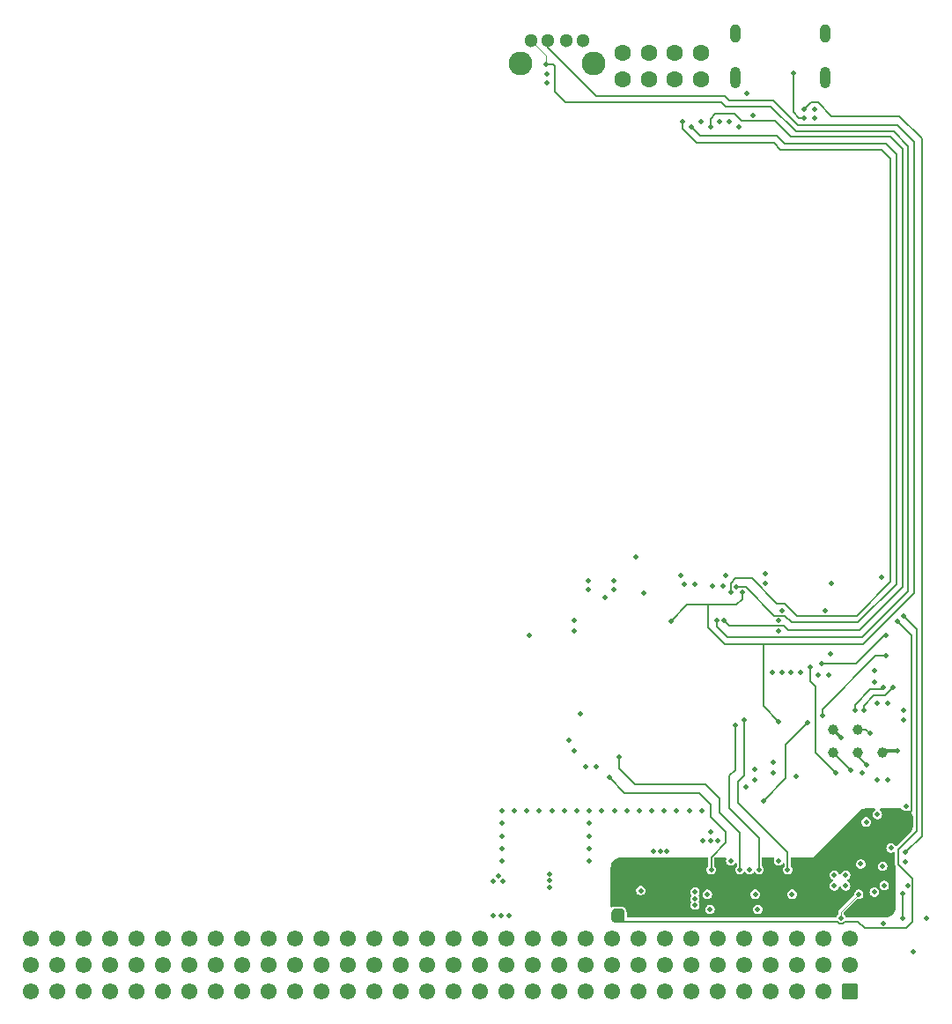
<source format=gbr>
%TF.GenerationSoftware,KiCad,Pcbnew,8.0.9-8.0.9-0~ubuntu24.04.1*%
%TF.CreationDate,2025-02-19T22:06:39+00:00*%
%TF.ProjectId,base-module,62617365-2d6d-46f6-9475-6c652e6b6963,1.0.0*%
%TF.SameCoordinates,Original*%
%TF.FileFunction,Copper,L4,Bot*%
%TF.FilePolarity,Positive*%
%FSLAX46Y46*%
G04 Gerber Fmt 4.6, Leading zero omitted, Abs format (unit mm)*
G04 Created by KiCad (PCBNEW 8.0.9-8.0.9-0~ubuntu24.04.1) date 2025-02-19 22:06:39*
%MOMM*%
%LPD*%
G01*
G04 APERTURE LIST*
G04 Aperture macros list*
%AMRoundRect*
0 Rectangle with rounded corners*
0 $1 Rounding radius*
0 $2 $3 $4 $5 $6 $7 $8 $9 X,Y pos of 4 corners*
0 Add a 4 corners polygon primitive as box body*
4,1,4,$2,$3,$4,$5,$6,$7,$8,$9,$2,$3,0*
0 Add four circle primitives for the rounded corners*
1,1,$1+$1,$2,$3*
1,1,$1+$1,$4,$5*
1,1,$1+$1,$6,$7*
1,1,$1+$1,$8,$9*
0 Add four rect primitives between the rounded corners*
20,1,$1+$1,$2,$3,$4,$5,0*
20,1,$1+$1,$4,$5,$6,$7,0*
20,1,$1+$1,$6,$7,$8,$9,0*
20,1,$1+$1,$8,$9,$2,$3,0*%
G04 Aperture macros list end*
%TA.AperFunction,ComponentPad*%
%ADD10C,1.600000*%
%TD*%
%TA.AperFunction,ComponentPad*%
%ADD11O,1.000000X2.100000*%
%TD*%
%TA.AperFunction,ComponentPad*%
%ADD12O,1.000000X1.800000*%
%TD*%
%TA.AperFunction,ComponentPad*%
%ADD13RoundRect,0.249999X0.525001X0.525001X-0.525001X0.525001X-0.525001X-0.525001X0.525001X-0.525001X0*%
%TD*%
%TA.AperFunction,ComponentPad*%
%ADD14C,1.550000*%
%TD*%
%TA.AperFunction,ComponentPad*%
%ADD15C,1.300000*%
%TD*%
%TA.AperFunction,ComponentPad*%
%ADD16C,2.286000*%
%TD*%
%TA.AperFunction,SMDPad,CuDef*%
%ADD17C,1.000000*%
%TD*%
%TA.AperFunction,ViaPad*%
%ADD18C,0.500000*%
%TD*%
%TA.AperFunction,Conductor*%
%ADD19C,0.300000*%
%TD*%
%TA.AperFunction,Conductor*%
%ADD20C,0.150000*%
%TD*%
%TA.AperFunction,Conductor*%
%ADD21C,0.200000*%
%TD*%
%TA.AperFunction,Conductor*%
%ADD22C,0.100000*%
%TD*%
G04 APERTURE END LIST*
D10*
%TO.P,LED300,1*%
%TO.N,Net-(LED300-Pad1)*%
X106863600Y-55785000D03*
%TO.P,LED300,2*%
%TO.N,GND*%
X109403600Y-55785000D03*
%TO.P,LED300,3*%
%TO.N,Net-(LED300-Pad3)*%
X106863600Y-58325000D03*
%TO.P,LED300,4*%
%TO.N,GND*%
X109403600Y-58325000D03*
%TD*%
D11*
%TO.P,J800,S1,SHIELD*%
%TO.N,Net-(J800-SHIELD)*%
X126370000Y-58140000D03*
D12*
X126370000Y-53960000D03*
D11*
X117730000Y-58140000D03*
D12*
X117730000Y-53960000D03*
%TD*%
D13*
%TO.P,J200,a1,a1*%
%TO.N,GND*%
X128740000Y-145975000D03*
D14*
%TO.P,J200,a2,a2*%
%TO.N,/Backplane/BACKPLANE.D+*%
X126200000Y-145975000D03*
%TO.P,J200,a3,a3*%
%TO.N,+5V_STDBY*%
X123660000Y-145975000D03*
%TO.P,J200,a4,a4*%
%TO.N,GND*%
X121120000Y-145975000D03*
%TO.P,J200,a5,a5*%
%TO.N,/Backplane/CAN1.+*%
X118580000Y-145975000D03*
%TO.P,J200,a6,a6*%
%TO.N,/Backplane/CAN1.-*%
X116040000Y-145975000D03*
%TO.P,J200,a7,a7*%
%TO.N,GND*%
X113500000Y-145975000D03*
%TO.P,J200,a8,a8*%
%TO.N,/Backplane/CAN2.+*%
X110960000Y-145975000D03*
%TO.P,J200,a9,a9*%
%TO.N,/Backplane/CAN2.-*%
X108420000Y-145975000D03*
%TO.P,J200,a10,a10*%
%TO.N,GND*%
X105880000Y-145975000D03*
%TO.P,J200,a11,a11*%
%TO.N,+12V*%
X103340000Y-145975000D03*
%TO.P,J200,a12,a12*%
X100800000Y-145975000D03*
%TO.P,J200,a13,a13*%
%TO.N,GND*%
X98260000Y-145975000D03*
%TO.P,J200,a14,a14*%
%TO.N,+24V*%
X95720000Y-145975000D03*
%TO.P,J200,a15,a15*%
%TO.N,GND*%
X93180000Y-145975000D03*
%TO.P,J200,a16,a16*%
%TO.N,/Backplane/GPIOL0*%
X90640000Y-145975000D03*
%TO.P,J200,a17,a17*%
%TO.N,/Backplane/GPIOL1*%
X88100000Y-145975000D03*
%TO.P,J200,a18,a18*%
%TO.N,/Backplane/GPIOL2*%
X85560000Y-145975000D03*
%TO.P,J200,a19,a19*%
%TO.N,/Backplane/GPIOL3*%
X83020000Y-145975000D03*
%TO.P,J200,a20,a20*%
%TO.N,/Backplane/GPIOL4*%
X80480000Y-145975000D03*
%TO.P,J200,a21,a21*%
%TO.N,/Backplane/GPIOL5*%
X77940000Y-145975000D03*
%TO.P,J200,a22,a22*%
%TO.N,/Backplane/GPIOL6*%
X75400000Y-145975000D03*
%TO.P,J200,a23,a23*%
%TO.N,/Backplane/GPIOL7*%
X72860000Y-145975000D03*
%TO.P,J200,a24,a24*%
%TO.N,/Backplane/GPIOL8*%
X70320000Y-145975000D03*
%TO.P,J200,a25,a25*%
%TO.N,/Backplane/GPIOL9*%
X67780000Y-145975000D03*
%TO.P,J200,a26,a26*%
%TO.N,/Backplane/GPIOL10*%
X65240000Y-145975000D03*
%TO.P,J200,a27,a27*%
%TO.N,/Backplane/GPIOL11*%
X62700000Y-145975000D03*
%TO.P,J200,a28,a28*%
%TO.N,/Backplane/GPIOL12*%
X60160000Y-145975000D03*
%TO.P,J200,a29,a29*%
%TO.N,/Backplane/GPIOL13*%
X57620000Y-145975000D03*
%TO.P,J200,a30,a30*%
%TO.N,/Backplane/GPIOL14*%
X55080000Y-145975000D03*
%TO.P,J200,a31,a31*%
%TO.N,/Backplane/GPIOL15*%
X52540000Y-145975000D03*
%TO.P,J200,a32,a32*%
%TO.N,GND*%
X50000000Y-145975000D03*
%TO.P,J200,b1,b1*%
X128740000Y-143435000D03*
%TO.P,J200,b2,b2*%
X126200000Y-143435000D03*
%TO.P,J200,b3,b3*%
%TO.N,+5V_STDBY*%
X123660000Y-143435000D03*
%TO.P,J200,b4,b4*%
%TO.N,GND*%
X121120000Y-143435000D03*
%TO.P,J200,b5,b5*%
%TO.N,/Backplane/CAN1.+*%
X118580000Y-143435000D03*
%TO.P,J200,b6,b6*%
%TO.N,/Backplane/CAN1.-*%
X116040000Y-143435000D03*
%TO.P,J200,b7,b7*%
%TO.N,GND*%
X113500000Y-143435000D03*
%TO.P,J200,b8,b8*%
%TO.N,/Backplane/CAN2.+*%
X110960000Y-143435000D03*
%TO.P,J200,b9,b9*%
%TO.N,/Backplane/CAN2.-*%
X108420000Y-143435000D03*
%TO.P,J200,b10,b10*%
%TO.N,GND*%
X105880000Y-143435000D03*
%TO.P,J200,b11,b11*%
%TO.N,+12V*%
X103340000Y-143435000D03*
%TO.P,J200,b12,b12*%
X100800000Y-143435000D03*
%TO.P,J200,b13,b13*%
%TO.N,GND*%
X98260000Y-143435000D03*
%TO.P,J200,b14,b14*%
%TO.N,+24V*%
X95720000Y-143435000D03*
%TO.P,J200,b15,b15*%
%TO.N,GND*%
X93180000Y-143435000D03*
%TO.P,J200,b16,b16*%
%TO.N,/Backplane/GPIOC0*%
X90640000Y-143435000D03*
%TO.P,J200,b17,b17*%
%TO.N,/Backplane/GPIOC1*%
X88100000Y-143435000D03*
%TO.P,J200,b18,b18*%
%TO.N,/Backplane/GPIOC2*%
X85560000Y-143435000D03*
%TO.P,J200,b19,b19*%
%TO.N,/Backplane/GPIOC3*%
X83020000Y-143435000D03*
%TO.P,J200,b20,b20*%
%TO.N,/Backplane/GPIOC4*%
X80480000Y-143435000D03*
%TO.P,J200,b21,b21*%
%TO.N,/Backplane/GPIOC5*%
X77940000Y-143435000D03*
%TO.P,J200,b22,b22*%
%TO.N,/Backplane/GPIOC6*%
X75400000Y-143435000D03*
%TO.P,J200,b23,b23*%
%TO.N,/Backplane/GPIOC7*%
X72860000Y-143435000D03*
%TO.P,J200,b24,b24*%
%TO.N,/Backplane/GPIOC8*%
X70320000Y-143435000D03*
%TO.P,J200,b25,b25*%
%TO.N,/Backplane/GPIOC9*%
X67780000Y-143435000D03*
%TO.P,J200,b26,b26*%
%TO.N,/Backplane/GPIOC10*%
X65240000Y-143435000D03*
%TO.P,J200,b27,b27*%
%TO.N,/Backplane/GPIOC11*%
X62700000Y-143435000D03*
%TO.P,J200,b28,b28*%
%TO.N,/Backplane/GPIOC12*%
X60160000Y-143435000D03*
%TO.P,J200,b29,b29*%
%TO.N,/Backplane/GPIOC13*%
X57620000Y-143435000D03*
%TO.P,J200,b30,b30*%
%TO.N,/Backplane/GPIOC14*%
X55080000Y-143435000D03*
%TO.P,J200,b31,b31*%
%TO.N,/Backplane/GPIOC15*%
X52540000Y-143435000D03*
%TO.P,J200,b32,b32*%
%TO.N,GND*%
X50000000Y-143435000D03*
%TO.P,J200,c1,c1*%
X128740000Y-140895000D03*
%TO.P,J200,c2,c2*%
%TO.N,/Backplane/BACKPLANE.D-*%
X126200000Y-140895000D03*
%TO.P,J200,c3,c3*%
%TO.N,+5V_STDBY*%
X123660000Y-140895000D03*
%TO.P,J200,c4,c4*%
%TO.N,GND*%
X121120000Y-140895000D03*
%TO.P,J200,c5,c5*%
%TO.N,/Backplane/CAN1.+*%
X118580000Y-140895000D03*
%TO.P,J200,c6,c6*%
%TO.N,/Backplane/CAN1.-*%
X116040000Y-140895000D03*
%TO.P,J200,c7,c7*%
%TO.N,GND*%
X113500000Y-140895000D03*
%TO.P,J200,c8,c8*%
%TO.N,/Backplane/CAN2.+*%
X110960000Y-140895000D03*
%TO.P,J200,c9,c9*%
%TO.N,/Backplane/CAN2.-*%
X108420000Y-140895000D03*
%TO.P,J200,c10,c10*%
%TO.N,GND*%
X105880000Y-140895000D03*
%TO.P,J200,c11,c11*%
%TO.N,+12V*%
X103340000Y-140895000D03*
%TO.P,J200,c12,c12*%
X100800000Y-140895000D03*
%TO.P,J200,c13,c13*%
%TO.N,GND*%
X98260000Y-140895000D03*
%TO.P,J200,c14,c14*%
%TO.N,+24V*%
X95720000Y-140895000D03*
%TO.P,J200,c15,c15*%
%TO.N,GND*%
X93180000Y-140895000D03*
%TO.P,J200,c16,c16*%
%TO.N,/Backplane/GPIOR0*%
X90640000Y-140895000D03*
%TO.P,J200,c17,c17*%
%TO.N,/Backplane/GPIOR1*%
X88100000Y-140895000D03*
%TO.P,J200,c18,c18*%
%TO.N,/Backplane/GPIOR2*%
X85560000Y-140895000D03*
%TO.P,J200,c19,c19*%
%TO.N,/Backplane/GPIOR3*%
X83020000Y-140895000D03*
%TO.P,J200,c20,c20*%
%TO.N,/Backplane/GPIOR4*%
X80480000Y-140895000D03*
%TO.P,J200,c21,c21*%
%TO.N,/Backplane/GPIOR5*%
X77940000Y-140895000D03*
%TO.P,J200,c22,c22*%
%TO.N,/Backplane/GPIOR6*%
X75400000Y-140895000D03*
%TO.P,J200,c23,c23*%
%TO.N,/Backplane/GPIOR7*%
X72860000Y-140895000D03*
%TO.P,J200,c24,c24*%
%TO.N,/Backplane/GPIOR8*%
X70320000Y-140895000D03*
%TO.P,J200,c25,c25*%
%TO.N,/Backplane/GPIOR9*%
X67780000Y-140895000D03*
%TO.P,J200,c26,c26*%
%TO.N,/Backplane/GPIOR10*%
X65240000Y-140895000D03*
%TO.P,J200,c27,c27*%
%TO.N,/Backplane/GPIOR11*%
X62700000Y-140895000D03*
%TO.P,J200,c28,c28*%
%TO.N,/Backplane/GPIOR12*%
X60160000Y-140895000D03*
%TO.P,J200,c29,c29*%
%TO.N,/Backplane/GPIOR13*%
X57620000Y-140895000D03*
%TO.P,J200,c30,c30*%
%TO.N,/Backplane/GPIOR14*%
X55080000Y-140895000D03*
%TO.P,J200,c31,c31*%
%TO.N,/Backplane/GPIOR15*%
X52540000Y-140895000D03*
%TO.P,J200,c32,c32*%
%TO.N,GND*%
X50000000Y-140895000D03*
%TD*%
D15*
%TO.P,SW400,1*%
%TO.N,GND*%
X103080000Y-54575000D03*
%TO.P,SW400,2*%
X101450000Y-54575000D03*
%TO.P,SW400,3*%
%TO.N,/MCU/SWD.~{RST}*%
X99710000Y-54575000D03*
%TO.P,SW400,4*%
%TO.N,/MCU/USR_BUTTON*%
X98080000Y-54575000D03*
D16*
%TO.P,SW400,5*%
%TO.N,N/C*%
X104080000Y-56825000D03*
%TO.P,SW400,6*%
X97080000Y-56825000D03*
%TD*%
D10*
%TO.P,LED301,1*%
%TO.N,Net-(LED301-Pad1)*%
X111913600Y-55785000D03*
%TO.P,LED301,2*%
%TO.N,GND*%
X114453600Y-55785000D03*
%TO.P,LED301,3*%
%TO.N,Net-(LED301-Pad3)*%
X111913600Y-58325000D03*
%TO.P,LED301,4*%
%TO.N,GND*%
X114453600Y-58325000D03*
%TD*%
D17*
%TO.P,TP704,1,1*%
%TO.N,/ST-LINK/DIO*%
X127100000Y-122975000D03*
%TD*%
%TO.P,TP706,1,1*%
%TO.N,GND*%
X131900000Y-122975000D03*
%TD*%
%TO.P,TP703,1,1*%
%TO.N,/ST-LINK/STLINK-BOOT0*%
X129500000Y-120775000D03*
%TD*%
%TO.P,TP702,1,1*%
%TO.N,+3V3*%
X127100000Y-120775000D03*
%TD*%
%TO.P,TP705,1,1*%
%TO.N,/ST-LINK/CLK*%
X129500000Y-122975000D03*
%TD*%
D18*
%TO.N,+3V3*%
X115300000Y-138075000D03*
X99598400Y-58685001D03*
X131350000Y-125625000D03*
X121325000Y-115325000D03*
X104325000Y-124400000D03*
X120590000Y-106765000D03*
X115350000Y-131500000D03*
X132050000Y-135775000D03*
X131800000Y-106175000D03*
X131400000Y-128975000D03*
X133950000Y-118922500D03*
X114650000Y-131500000D03*
X115350000Y-130625000D03*
X102275000Y-111350000D03*
X121350000Y-124927500D03*
X127900000Y-121575000D03*
X121875000Y-110350000D03*
X105200000Y-108075000D03*
X125700000Y-115575000D03*
X131350000Y-118275000D03*
X124000000Y-115300000D03*
X122225000Y-109375000D03*
X115575000Y-107050000D03*
X101700000Y-121825000D03*
X119900000Y-138075000D03*
X116025000Y-131500000D03*
X112825000Y-106875000D03*
X119625000Y-124600000D03*
X114450000Y-62375000D03*
%TO.N,GND*%
X106050000Y-107375000D03*
X108925000Y-107700000D03*
X99598400Y-57785001D03*
X95300000Y-131025000D03*
X103700000Y-128625000D03*
X106050000Y-106475000D03*
X129900000Y-124961216D03*
X128350000Y-134775000D03*
X104900000Y-128625000D03*
X109870720Y-132521542D03*
X134830000Y-142145001D03*
X127250000Y-134775000D03*
X116250000Y-62375000D03*
X95300000Y-133425000D03*
X132350000Y-125625000D03*
X113850000Y-136425000D03*
X109700000Y-128625000D03*
X96500000Y-128625000D03*
X130325000Y-129675000D03*
X106100000Y-128625000D03*
X110520720Y-132521542D03*
X108650000Y-136275000D03*
X102850000Y-119275000D03*
X113300000Y-128625000D03*
X103700000Y-132225000D03*
X97700000Y-128625000D03*
X115050000Y-136625000D03*
X121350000Y-123927500D03*
X103575000Y-106475000D03*
X116825000Y-106025000D03*
X119625000Y-125600000D03*
X108200000Y-104250000D03*
X126375000Y-109375000D03*
X126900000Y-113525000D03*
X131150000Y-116225000D03*
X112525000Y-106025000D03*
X97900000Y-111775000D03*
X113850000Y-137675000D03*
X100100000Y-128625000D03*
X94450000Y-138675000D03*
X116575000Y-107050000D03*
X128350000Y-135825000D03*
X98900000Y-128625000D03*
X118750000Y-126325000D03*
X134150000Y-128175000D03*
X131900000Y-133925000D03*
X126950000Y-106725000D03*
X119100000Y-134275000D03*
X111170720Y-132521542D03*
X103575000Y-107350000D03*
X103700000Y-133425000D03*
X122200000Y-115275000D03*
X103700000Y-131025000D03*
X117150000Y-62375000D03*
X131150000Y-115125000D03*
X119410000Y-61815001D03*
X133300000Y-122825000D03*
X118050000Y-62925000D03*
X108500000Y-128625000D03*
X133950000Y-119922500D03*
X134100000Y-133525000D03*
X134300000Y-135775000D03*
X112100000Y-128625000D03*
X113825000Y-106875000D03*
X121900000Y-133425000D03*
X114500000Y-128625000D03*
X118850000Y-59675000D03*
X103325000Y-124400000D03*
X121875000Y-111350000D03*
X117300000Y-133425000D03*
X120590000Y-105865000D03*
X129800000Y-133725000D03*
X95953492Y-138663288D03*
X127250000Y-135825000D03*
X131100000Y-136425000D03*
X110900000Y-128625000D03*
X101300000Y-128625000D03*
X99850000Y-134671508D03*
X102500000Y-128625000D03*
X95300000Y-132225000D03*
X107300000Y-128625000D03*
X95200000Y-138675000D03*
X99850000Y-135971508D03*
X95300000Y-129825000D03*
X136150000Y-138925000D03*
X102225000Y-122850000D03*
X126700000Y-115575000D03*
X102275000Y-110350000D03*
X123200000Y-136625000D03*
X131950000Y-139425000D03*
X113850000Y-137075000D03*
X125350000Y-62025000D03*
X125350000Y-61225000D03*
X123550000Y-125325000D03*
X132700000Y-132175000D03*
X99850000Y-135321508D03*
X123100000Y-115275000D03*
X103700000Y-129825000D03*
X95300000Y-128625000D03*
X132350000Y-118275000D03*
X119650000Y-136625000D03*
%TO.N,+5V*%
X106125000Y-137025000D03*
X134150000Y-129075000D03*
X116300000Y-133425000D03*
X106775000Y-136325000D03*
X133300000Y-110375000D03*
X131100000Y-135525001D03*
X106775000Y-137025000D03*
X126200000Y-137025000D03*
X106125000Y-136325000D03*
X120900000Y-133425000D03*
%TO.N,/ST-LINK/LED*%
X124950000Y-114800000D03*
X127400000Y-124950000D03*
%TO.N,/ST-LINK/STLINK-BOOT0*%
X130675000Y-121175000D03*
%TO.N,/ST-LINK/DIO*%
X128875000Y-124675000D03*
%TO.N,/ST-LINK/CLK*%
X130350000Y-124175000D03*
%TO.N,+12V_FUSED*%
X94451270Y-135361059D03*
X133950000Y-109925000D03*
X106125000Y-139025000D03*
X106125000Y-138325000D03*
X106775000Y-138325000D03*
X95375000Y-135375000D03*
X106775000Y-139025000D03*
X94950000Y-134875000D03*
%TO.N,/ST-LINK/STLINK_RX*%
X126100000Y-119500000D03*
X132200000Y-113725000D03*
%TO.N,/USB/VBUS_IN*%
X124350000Y-61225000D03*
X134050000Y-132625000D03*
%TO.N,/ST-LINK/STLINK_TX*%
X132200000Y-111725000D03*
X126075000Y-114450000D03*
%TO.N,/MCU/USR_BUTTON*%
X115975000Y-110350000D03*
X99538600Y-56899202D03*
%TO.N,/MCU/SWD.~{RST}*%
X111575001Y-110375000D03*
X121900000Y-120045000D03*
X118377238Y-107645000D03*
%TO.N,Net-(U302-PGANG)*%
X129600000Y-136625000D03*
X127900000Y-138925000D03*
%TO.N,Net-(U700-PA5)*%
X124700000Y-120175000D03*
X120425000Y-127650000D03*
%TO.N,Net-(U700-PC13)*%
X130100000Y-118925000D03*
X132900000Y-116775000D03*
%TO.N,Net-(U700-PC14)*%
X129225000Y-118925000D03*
X131950000Y-116775000D03*
%TO.N,/CAN transceiver 1/CAN.TX*%
X122775000Y-134250000D03*
X118550000Y-119850000D03*
%TO.N,/CAN transceiver 1/CAN.RX*%
X117700000Y-120375000D03*
X120025000Y-134250000D03*
%TO.N,/CAN transceiver 2/CAN.TX*%
X118175000Y-134250000D03*
X106575000Y-123400000D03*
%TO.N,/CAN transceiver 2/CAN.RX*%
X105600000Y-125425000D03*
X115425000Y-134250000D03*
%TO.N,/USB/CC1*%
X123300000Y-57725000D03*
X124350000Y-62025000D03*
%TO.N,Net-(U801-~{OE})*%
X133850000Y-136575000D03*
X133850000Y-138925000D03*
%TO.N,/MCU/USER_LED_1*%
X113550000Y-62925000D03*
X117850000Y-107125000D03*
%TO.N,/MCU/USER_LED_2*%
X117300000Y-107625000D03*
X112650000Y-62375000D03*
%TO.N,/MCU/STATUS_LED*%
X115350000Y-62925000D03*
X116675000Y-110350000D03*
%TD*%
D19*
%TO.N,+3V3*%
X127900000Y-121575000D02*
X127100000Y-120775000D01*
%TO.N,GND*%
X131900000Y-122975000D02*
X132050000Y-122825000D01*
X132050000Y-122825000D02*
X133300000Y-122825000D01*
D20*
%TO.N,+5V*%
X133300000Y-110375000D02*
X134650000Y-111725000D01*
X134650000Y-111725000D02*
X134650000Y-128575000D01*
X134650000Y-128575000D02*
X134150000Y-129075000D01*
%TO.N,/ST-LINK/LED*%
X124950000Y-116125000D02*
X125450000Y-116625000D01*
X125450000Y-123000000D02*
X127400000Y-124950000D01*
X124950000Y-114800000D02*
X124950000Y-116125000D01*
X125450000Y-116625000D02*
X125450000Y-123000000D01*
D21*
%TO.N,/ST-LINK/STLINK-BOOT0*%
X130275000Y-120775000D02*
X130675000Y-121175000D01*
X129500000Y-120775000D02*
X130275000Y-120775000D01*
D20*
%TO.N,/ST-LINK/DIO*%
X127175000Y-122975000D02*
X127100000Y-122975000D01*
X128875000Y-124675000D02*
X127175000Y-122975000D01*
D21*
%TO.N,/ST-LINK/CLK*%
X129500000Y-122975000D02*
X129500000Y-123325000D01*
X129500000Y-123325000D02*
X130350000Y-124175000D01*
D20*
%TO.N,+12V_FUSED*%
X127536541Y-139233293D02*
X106983293Y-139233293D01*
X133370000Y-132355000D02*
X133370000Y-133745000D01*
X134775000Y-135150000D02*
X134775000Y-135971752D01*
X133370000Y-133745000D02*
X134775000Y-135150000D01*
X134770000Y-135976752D02*
X134770000Y-139285001D01*
X135150000Y-130575000D02*
X133370000Y-132355000D01*
X105900000Y-139025000D02*
X106125000Y-139025000D01*
X134770000Y-139285001D02*
X134155001Y-139900000D01*
X128263459Y-139233293D02*
X128096752Y-139400000D01*
X128096752Y-139400000D02*
X127703248Y-139400000D01*
X133950000Y-109925000D02*
X135150000Y-111125000D01*
X134775000Y-135971752D02*
X134770000Y-135976752D01*
X135150000Y-111125000D02*
X135150000Y-130575000D01*
X127703248Y-139400000D02*
X127536541Y-139233293D01*
X130184999Y-139900000D02*
X129518292Y-139233293D01*
X134155001Y-139900000D02*
X130184999Y-139900000D01*
X129518292Y-139233293D02*
X128263459Y-139233293D01*
X106983293Y-139233293D02*
X106775000Y-139025000D01*
%TO.N,/ST-LINK/STLINK_RX*%
X131225000Y-113725000D02*
X126100000Y-118850000D01*
X126100000Y-118850000D02*
X126100000Y-119500000D01*
X132200000Y-113725000D02*
X131225000Y-113725000D01*
%TO.N,/USB/VBUS_IN*%
X125037500Y-60537500D02*
X124350000Y-61225000D01*
X133475000Y-61850000D02*
X127000000Y-61850000D01*
X135650000Y-131025000D02*
X135650000Y-64025000D01*
X134050000Y-132625000D02*
X135650000Y-131025000D01*
X135650000Y-64025000D02*
X133475000Y-61850000D01*
X125687500Y-60537500D02*
X125037500Y-60537500D01*
X127000000Y-61850000D02*
X125687500Y-60537500D01*
%TO.N,/ST-LINK/STLINK_TX*%
X132200000Y-111725000D02*
X132050000Y-111725000D01*
X129325000Y-114450000D02*
X126075000Y-114450000D01*
X132050000Y-111725000D02*
X129325000Y-114450000D01*
%TO.N,/MCU/USR_BUTTON*%
X100370000Y-59485001D02*
X100370000Y-57085001D01*
X134325000Y-64725000D02*
X132950000Y-63350000D01*
X134325000Y-107500000D02*
X134325000Y-64725000D01*
X121150000Y-60950000D02*
X116850000Y-60950000D01*
D22*
X99538600Y-56033600D02*
X98080000Y-54575000D01*
D20*
X100370000Y-57085001D02*
X100184201Y-56899202D01*
D22*
X99538600Y-56899202D02*
X99538600Y-56033600D01*
D20*
X101409999Y-60525000D02*
X100370000Y-59485001D01*
X132950000Y-63350000D02*
X123550000Y-63350000D01*
X123550000Y-63350000D02*
X121150000Y-60950000D01*
X115975000Y-110950000D02*
X116950000Y-111925000D01*
X116850000Y-60950000D02*
X116425000Y-60525000D01*
X116950000Y-111925000D02*
X129900000Y-111925000D01*
X100184201Y-56899202D02*
X99538600Y-56899202D01*
X129900000Y-111925000D02*
X134325000Y-107500000D01*
X115975000Y-110350000D02*
X115975000Y-110950000D01*
X116425000Y-60525000D02*
X101409999Y-60525000D01*
%TO.N,/MCU/SWD.~{RST}*%
X133300000Y-62725000D02*
X134925000Y-64350000D01*
X99710000Y-54575000D02*
X99710000Y-55260000D01*
X116700000Y-112625000D02*
X115100000Y-111025000D01*
X104375000Y-59925000D02*
X116700000Y-59925000D01*
X117150000Y-60375000D02*
X121375000Y-60375000D01*
X120420000Y-118565000D02*
X121900000Y-120045000D01*
X115100000Y-108825000D02*
X113125001Y-108825000D01*
X123725000Y-62725000D02*
X133300000Y-62725000D01*
X117830001Y-108825000D02*
X115100000Y-108825000D01*
X99710000Y-55260000D02*
X104375000Y-59925000D01*
X134925000Y-107725000D02*
X130025000Y-112625000D01*
X130025000Y-112625000D02*
X120420000Y-112625000D01*
X116700000Y-59925000D02*
X117150000Y-60375000D01*
X115100000Y-111025000D02*
X115100000Y-108825000D01*
X118377238Y-108277763D02*
X117830001Y-108825000D01*
X118377238Y-107645000D02*
X118377238Y-108277763D01*
X120420000Y-112625000D02*
X116700000Y-112625000D01*
X121375000Y-60375000D02*
X123725000Y-62725000D01*
X113125001Y-108825000D02*
X111575001Y-110375000D01*
X134925000Y-64350000D02*
X134925000Y-107725000D01*
X120420000Y-112625000D02*
X120420000Y-118565000D01*
D22*
%TO.N,Net-(U302-PGANG)*%
X127900000Y-138325000D02*
X129600000Y-136625000D01*
X127900000Y-138925000D02*
X127900000Y-138325000D01*
D20*
%TO.N,Net-(U700-PA5)*%
X120425000Y-127650000D02*
X122600000Y-125475000D01*
X122600000Y-125475000D02*
X122600000Y-122275000D01*
X122600000Y-122275000D02*
X124700000Y-120175000D01*
%TO.N,Net-(U700-PC13)*%
X130100000Y-118500000D02*
X130100000Y-118925000D01*
X132900000Y-116775000D02*
X132150000Y-117525000D01*
X132150000Y-117525000D02*
X131075000Y-117525000D01*
X131075000Y-117525000D02*
X130100000Y-118500000D01*
%TO.N,Net-(U700-PC14)*%
X131800000Y-116925000D02*
X130725736Y-116925000D01*
X129225000Y-118425736D02*
X129225000Y-118925000D01*
X131950000Y-116775000D02*
X131800000Y-116925000D01*
X130725736Y-116925000D02*
X129225000Y-118425736D01*
%TO.N,/CAN transceiver 1/CAN.TX*%
X122775000Y-132600000D02*
X122775000Y-134250000D01*
X118550000Y-125225000D02*
X118000000Y-125775000D01*
X118000000Y-127825000D02*
X122775000Y-132600000D01*
X118000000Y-125775000D02*
X118000000Y-127825000D01*
X118550000Y-119850000D02*
X118550000Y-125225000D01*
%TO.N,/CAN transceiver 1/CAN.RX*%
X117150000Y-125225000D02*
X117150000Y-128325000D01*
X117700000Y-124675000D02*
X117150000Y-125225000D01*
X117150000Y-128325000D02*
X120025000Y-131200000D01*
X117700000Y-120375000D02*
X117700000Y-124675000D01*
X120025000Y-131200000D02*
X120025000Y-134250000D01*
%TO.N,/CAN transceiver 2/CAN.TX*%
X116250000Y-127425000D02*
X114850000Y-126025000D01*
X108100000Y-126025000D02*
X106575000Y-124500000D01*
X118175000Y-134250000D02*
X118175000Y-130700000D01*
X116250000Y-128775000D02*
X116250000Y-127425000D01*
X118175000Y-130700000D02*
X116250000Y-128775000D01*
X106575000Y-124500000D02*
X106575000Y-123400000D01*
X114850000Y-126025000D02*
X108100000Y-126025000D01*
%TO.N,/CAN transceiver 2/CAN.RX*%
X107050000Y-126875000D02*
X105600000Y-125425000D01*
X115425000Y-133050000D02*
X116800000Y-131675000D01*
X116800000Y-131675000D02*
X116800000Y-130675000D01*
X114250000Y-126875000D02*
X107050000Y-126875000D01*
X115350000Y-129225000D02*
X115350000Y-127975000D01*
X115350000Y-127975000D02*
X114250000Y-126875000D01*
X115425000Y-134250000D02*
X115425000Y-133050000D01*
X116800000Y-130675000D02*
X115350000Y-129225000D01*
%TO.N,/USB/CC1*%
X123850000Y-62025000D02*
X123300000Y-61475000D01*
X123300000Y-61475000D02*
X123300000Y-57725000D01*
X124350000Y-62025000D02*
X123850000Y-62025000D01*
%TO.N,Net-(U801-~{OE})*%
X133850000Y-138925000D02*
X133850000Y-136575000D01*
%TO.N,/MCU/USER_LED_1*%
X118750000Y-107125000D02*
X117850000Y-107125000D01*
X121500000Y-109875000D02*
X118750000Y-107125000D01*
X129550000Y-110525000D02*
X123150000Y-110525000D01*
X121749999Y-63725000D02*
X122499999Y-64475000D01*
X122500000Y-109875000D02*
X121500000Y-109875000D01*
X122499999Y-64475000D02*
X132200000Y-64475000D01*
X113550000Y-62925000D02*
X114350000Y-63725000D01*
X132200000Y-64475000D02*
X133225000Y-65500000D01*
X123150000Y-110525000D02*
X122500000Y-109875000D01*
X133225000Y-106850000D02*
X129550000Y-110525000D01*
X114350000Y-63725000D02*
X121749999Y-63725000D01*
X133225000Y-65500000D02*
X133225000Y-106850000D01*
%TO.N,/MCU/USER_LED_2*%
X112650000Y-63100000D02*
X112650000Y-62375000D01*
X121429999Y-64425000D02*
X113975000Y-64425000D01*
X121759999Y-108675000D02*
X122500000Y-108675000D01*
X119370000Y-106285001D02*
X121759999Y-108675000D01*
X122500000Y-108675000D02*
X123675000Y-109850000D01*
X132650000Y-106600000D02*
X132650000Y-65925000D01*
X117300000Y-107625000D02*
X117300000Y-106752500D01*
X123675000Y-109850000D02*
X129400000Y-109850000D01*
X131800000Y-65075000D02*
X122079999Y-65075000D01*
X122079999Y-65075000D02*
X121429999Y-64425000D01*
X129400000Y-109850000D02*
X132650000Y-106600000D01*
X132650000Y-65925000D02*
X131800000Y-65075000D01*
X117300000Y-106752500D02*
X117767499Y-106285001D01*
X117767499Y-106285001D02*
X119370000Y-106285001D01*
X113975000Y-64425000D02*
X112650000Y-63100000D01*
%TO.N,/MCU/STATUS_LED*%
X129700000Y-111225000D02*
X122800000Y-111225000D01*
X123075000Y-63875000D02*
X132650000Y-63875000D01*
X115800000Y-61650000D02*
X117675000Y-61650000D01*
X118370001Y-62345001D02*
X121545001Y-62345001D01*
X117675000Y-61650000D02*
X118370001Y-62345001D01*
X122425000Y-110850000D02*
X117175000Y-110850000D01*
X115350000Y-62100000D02*
X115800000Y-61650000D01*
X133800000Y-65025000D02*
X133800000Y-107125000D01*
X132650000Y-63875000D02*
X133800000Y-65025000D01*
X117175000Y-110850000D02*
X116675000Y-110350000D01*
X121545001Y-62345001D02*
X123075000Y-63875000D01*
X122800000Y-111225000D02*
X122425000Y-110850000D01*
X115350000Y-62925000D02*
X115350000Y-62100000D01*
X133800000Y-107125000D02*
X129700000Y-111225000D01*
%TD*%
%TA.AperFunction,Conductor*%
%TO.N,+12V_FUSED*%
G36*
X106791971Y-138027381D02*
G01*
X106870618Y-138043024D01*
X106915308Y-138061535D01*
X106971626Y-138099166D01*
X107005833Y-138133373D01*
X107043462Y-138189688D01*
X107061976Y-138234387D01*
X107077617Y-138313019D01*
X107080000Y-138337210D01*
X107080000Y-139012789D01*
X107077617Y-139036980D01*
X107061976Y-139115612D01*
X107043462Y-139160311D01*
X107005836Y-139216623D01*
X106971623Y-139250836D01*
X106915311Y-139288462D01*
X106870612Y-139306976D01*
X106791980Y-139322617D01*
X106767789Y-139325000D01*
X106142211Y-139325000D01*
X106118020Y-139322617D01*
X106039387Y-139306976D01*
X105994689Y-139288462D01*
X105938373Y-139250833D01*
X105904166Y-139216626D01*
X105866535Y-139160308D01*
X105848024Y-139115618D01*
X105832381Y-139036971D01*
X105830000Y-139012789D01*
X105830000Y-138337210D01*
X105832381Y-138313029D01*
X105848025Y-138234379D01*
X105866534Y-138189693D01*
X105904168Y-138133370D01*
X105938370Y-138099168D01*
X105994693Y-138061534D01*
X106039379Y-138043025D01*
X106118028Y-138027381D01*
X106142211Y-138025000D01*
X106767789Y-138025000D01*
X106791971Y-138027381D01*
G37*
%TD.AperFunction*%
%TD*%
%TA.AperFunction,Conductor*%
%TO.N,+5V*%
G36*
X131145080Y-128394685D02*
G01*
X131190835Y-128447489D01*
X131200779Y-128516647D01*
X131171754Y-128580203D01*
X131145080Y-128603316D01*
X131101950Y-128631033D01*
X131017118Y-128728937D01*
X131017117Y-128728938D01*
X130963302Y-128846774D01*
X130944867Y-128975000D01*
X130963302Y-129103225D01*
X130966800Y-129110884D01*
X131017118Y-129221063D01*
X131101951Y-129318967D01*
X131210931Y-129389004D01*
X131335225Y-129425499D01*
X131335227Y-129425500D01*
X131335228Y-129425500D01*
X131464773Y-129425500D01*
X131464773Y-129425499D01*
X131589069Y-129389004D01*
X131698049Y-129318967D01*
X131782882Y-129221063D01*
X131836697Y-129103226D01*
X131855133Y-128975000D01*
X131836697Y-128846774D01*
X131782882Y-128728937D01*
X131698049Y-128631033D01*
X131654919Y-128603315D01*
X131609165Y-128550512D01*
X131599221Y-128481353D01*
X131628246Y-128417798D01*
X131687024Y-128380023D01*
X131721959Y-128375000D01*
X133670575Y-128375000D01*
X133737614Y-128394685D01*
X133764289Y-128417798D01*
X133767117Y-128421062D01*
X133767118Y-128421063D01*
X133851951Y-128518967D01*
X133960931Y-128589004D01*
X134085225Y-128625499D01*
X134085227Y-128625500D01*
X134085228Y-128625500D01*
X134214773Y-128625500D01*
X134214773Y-128625499D01*
X134293745Y-128602312D01*
X134339063Y-128589006D01*
X134339064Y-128589005D01*
X134339069Y-128589004D01*
X134339072Y-128589001D01*
X134347016Y-128585374D01*
X134416174Y-128575427D01*
X134477196Y-128602312D01*
X134478420Y-128603316D01*
X134547666Y-128660145D01*
X134564854Y-128677333D01*
X134673722Y-128809989D01*
X134687227Y-128830201D01*
X134768121Y-128981543D01*
X134777424Y-129004001D01*
X134827240Y-129168224D01*
X134831982Y-129192065D01*
X134849403Y-129368938D01*
X134850000Y-129381092D01*
X134850000Y-129954693D01*
X134849403Y-129966847D01*
X134831982Y-130143721D01*
X134827240Y-130167562D01*
X134777424Y-130331785D01*
X134768121Y-130354243D01*
X134687227Y-130505585D01*
X134673722Y-130525797D01*
X134560969Y-130663186D01*
X134552797Y-130672202D01*
X133442897Y-131782101D01*
X133442887Y-131782112D01*
X133216634Y-132008365D01*
X133193598Y-132013592D01*
X133127919Y-131989758D01*
X133088549Y-131941346D01*
X133082882Y-131928937D01*
X132998049Y-131831033D01*
X132889069Y-131760996D01*
X132889065Y-131760994D01*
X132889064Y-131760994D01*
X132764774Y-131724500D01*
X132764772Y-131724500D01*
X132635228Y-131724500D01*
X132635226Y-131724500D01*
X132510935Y-131760994D01*
X132510932Y-131760995D01*
X132510931Y-131760996D01*
X132478091Y-131782101D01*
X132401950Y-131831033D01*
X132317118Y-131928937D01*
X132317117Y-131928938D01*
X132263302Y-132046774D01*
X132244867Y-132175000D01*
X132263302Y-132303225D01*
X132304446Y-132393316D01*
X132317118Y-132421063D01*
X132401951Y-132518967D01*
X132510931Y-132589004D01*
X132635225Y-132625499D01*
X132635227Y-132625500D01*
X132635228Y-132625500D01*
X132764773Y-132625500D01*
X132764773Y-132625499D01*
X132819081Y-132609553D01*
X132889064Y-132589006D01*
X132889065Y-132589005D01*
X132889069Y-132589004D01*
X132903463Y-132579753D01*
X132970500Y-132560070D01*
X133037540Y-132579755D01*
X133083294Y-132632559D01*
X133094500Y-132684070D01*
X133094500Y-133799800D01*
X133125856Y-133875500D01*
X133127666Y-133879868D01*
X133127665Y-133879868D01*
X133140560Y-133910998D01*
X133150000Y-133958452D01*
X133150000Y-137868907D01*
X133149403Y-137881061D01*
X133131982Y-138057934D01*
X133127240Y-138081775D01*
X133077424Y-138245998D01*
X133068121Y-138268456D01*
X132987227Y-138419798D01*
X132973722Y-138440010D01*
X132864854Y-138572666D01*
X132847666Y-138589854D01*
X132715010Y-138698722D01*
X132694798Y-138712227D01*
X132543456Y-138793121D01*
X132520998Y-138802424D01*
X132356775Y-138852240D01*
X132332934Y-138856982D01*
X132156061Y-138874403D01*
X132143907Y-138875000D01*
X128452111Y-138875000D01*
X128385072Y-138855315D01*
X128339317Y-138802512D01*
X128335028Y-138793121D01*
X128282882Y-138678937D01*
X128198049Y-138581033D01*
X128198048Y-138581032D01*
X128198047Y-138581031D01*
X128193296Y-138576914D01*
X128155523Y-138518136D01*
X128150500Y-138483202D01*
X128150500Y-138480122D01*
X128170185Y-138413083D01*
X128186814Y-138392446D01*
X129467441Y-137111818D01*
X129528764Y-137078334D01*
X129555122Y-137075500D01*
X129664773Y-137075500D01*
X129664773Y-137075499D01*
X129789069Y-137039004D01*
X129898049Y-136968967D01*
X129982882Y-136871063D01*
X130036697Y-136753226D01*
X130055133Y-136625000D01*
X130036697Y-136496774D01*
X130003919Y-136425000D01*
X130644867Y-136425000D01*
X130663302Y-136553225D01*
X130673247Y-136575000D01*
X130717118Y-136671063D01*
X130770235Y-136732364D01*
X130800811Y-136767652D01*
X130801951Y-136768967D01*
X130910931Y-136839004D01*
X131020117Y-136871063D01*
X131035225Y-136875499D01*
X131035227Y-136875500D01*
X131035228Y-136875500D01*
X131164773Y-136875500D01*
X131164773Y-136875499D01*
X131289069Y-136839004D01*
X131398049Y-136768967D01*
X131482882Y-136671063D01*
X131536697Y-136553226D01*
X131555133Y-136425000D01*
X131536697Y-136296774D01*
X131526753Y-136275000D01*
X131483407Y-136180086D01*
X131481431Y-136166346D01*
X131460085Y-136152628D01*
X131398049Y-136081033D01*
X131289069Y-136010996D01*
X131289065Y-136010994D01*
X131289064Y-136010994D01*
X131164774Y-135974500D01*
X131164772Y-135974500D01*
X131035228Y-135974500D01*
X131035226Y-135974500D01*
X130910935Y-136010994D01*
X130910932Y-136010995D01*
X130910931Y-136010996D01*
X130867944Y-136038622D01*
X130801950Y-136081033D01*
X130717118Y-136178937D01*
X130717117Y-136178938D01*
X130663302Y-136296774D01*
X130644867Y-136425000D01*
X130003919Y-136425000D01*
X129982882Y-136378937D01*
X129898049Y-136281033D01*
X129789069Y-136210996D01*
X129789065Y-136210994D01*
X129789064Y-136210994D01*
X129664774Y-136174500D01*
X129664772Y-136174500D01*
X129535228Y-136174500D01*
X129535226Y-136174500D01*
X129410935Y-136210994D01*
X129410932Y-136210995D01*
X129410931Y-136210996D01*
X129379753Y-136231033D01*
X129301950Y-136281033D01*
X129217118Y-136378937D01*
X129217117Y-136378938D01*
X129163302Y-136496774D01*
X129144867Y-136625000D01*
X129144867Y-136625002D01*
X129148713Y-136651755D01*
X129138769Y-136720913D01*
X129113656Y-136757081D01*
X127758103Y-138112636D01*
X127687637Y-138183101D01*
X127687636Y-138183102D01*
X127649500Y-138275170D01*
X127649500Y-138483202D01*
X127629815Y-138550241D01*
X127606704Y-138576914D01*
X127601952Y-138581031D01*
X127517118Y-138678937D01*
X127517117Y-138678938D01*
X127508082Y-138698722D01*
X127464972Y-138793121D01*
X127460683Y-138802512D01*
X127414928Y-138855315D01*
X127347889Y-138875000D01*
X107409500Y-138875000D01*
X107342461Y-138855315D01*
X107296706Y-138802511D01*
X107285500Y-138751000D01*
X107285500Y-138337221D01*
X107285500Y-138337210D01*
X107284510Y-138317064D01*
X107282127Y-138292873D01*
X107279168Y-138272928D01*
X107263527Y-138194296D01*
X107251835Y-138155749D01*
X107251831Y-138155740D01*
X107233323Y-138111055D01*
X107233321Y-138111050D01*
X107214328Y-138075517D01*
X107176699Y-138019202D01*
X107151143Y-137988063D01*
X107116936Y-137953856D01*
X107085797Y-137928300D01*
X107085784Y-137928291D01*
X107029497Y-137890680D01*
X107029483Y-137890672D01*
X107029479Y-137890669D01*
X107024655Y-137888090D01*
X106993960Y-137871682D01*
X106993946Y-137871676D01*
X106985693Y-137868257D01*
X106949267Y-137853169D01*
X106949264Y-137853168D01*
X106949259Y-137853166D01*
X106930532Y-137847485D01*
X106910709Y-137841472D01*
X106832062Y-137825829D01*
X106812126Y-137822872D01*
X106812094Y-137822868D01*
X106787948Y-137820491D01*
X106787917Y-137820488D01*
X106777698Y-137819986D01*
X106767789Y-137819500D01*
X106142211Y-137819500D01*
X106130704Y-137820065D01*
X106122066Y-137820489D01*
X106097909Y-137822868D01*
X106097896Y-137822869D01*
X106097892Y-137822870D01*
X106097886Y-137822870D01*
X106097861Y-137822874D01*
X106077929Y-137825830D01*
X106077921Y-137825831D01*
X105999307Y-137841468D01*
X105999295Y-137841471D01*
X105960742Y-137853166D01*
X105960734Y-137853169D01*
X105921450Y-137869440D01*
X105851980Y-137876907D01*
X105789502Y-137845631D01*
X105753851Y-137785541D01*
X105750000Y-137754878D01*
X105750000Y-136275000D01*
X108194867Y-136275000D01*
X108213302Y-136403225D01*
X108223247Y-136425000D01*
X108267118Y-136521063D01*
X108351951Y-136618967D01*
X108460931Y-136689004D01*
X108569606Y-136720913D01*
X108585225Y-136725499D01*
X108585227Y-136725500D01*
X108585228Y-136725500D01*
X108714773Y-136725500D01*
X108714773Y-136725499D01*
X108839069Y-136689004D01*
X108948049Y-136618967D01*
X109032882Y-136521063D01*
X109076753Y-136425000D01*
X113394867Y-136425000D01*
X113413302Y-136553225D01*
X113467117Y-136671061D01*
X113471913Y-136678524D01*
X113470123Y-136679674D01*
X113494180Y-136732364D01*
X113484231Y-136801521D01*
X113471554Y-136821245D01*
X113471913Y-136821476D01*
X113467117Y-136828938D01*
X113413302Y-136946774D01*
X113394867Y-137075000D01*
X113413302Y-137203225D01*
X113468225Y-137323488D01*
X113478169Y-137392647D01*
X113468225Y-137426512D01*
X113413302Y-137546774D01*
X113394867Y-137675000D01*
X113413302Y-137803225D01*
X113436111Y-137853169D01*
X113467118Y-137921063D01*
X113551951Y-138018967D01*
X113660931Y-138089004D01*
X113785225Y-138125499D01*
X113785227Y-138125500D01*
X113785228Y-138125500D01*
X113914773Y-138125500D01*
X113914773Y-138125499D01*
X114039069Y-138089004D01*
X114060860Y-138075000D01*
X114844867Y-138075000D01*
X114863302Y-138203225D01*
X114904254Y-138292896D01*
X114917118Y-138321063D01*
X114990624Y-138405895D01*
X114996852Y-138413083D01*
X115001951Y-138418967D01*
X115110931Y-138489004D01*
X115210148Y-138518136D01*
X115235225Y-138525499D01*
X115235227Y-138525500D01*
X115235228Y-138525500D01*
X115364773Y-138525500D01*
X115364773Y-138525499D01*
X115489069Y-138489004D01*
X115598049Y-138418967D01*
X115682882Y-138321063D01*
X115736697Y-138203226D01*
X115755133Y-138075000D01*
X119444867Y-138075000D01*
X119463302Y-138203225D01*
X119504254Y-138292896D01*
X119517118Y-138321063D01*
X119590624Y-138405895D01*
X119596852Y-138413083D01*
X119601951Y-138418967D01*
X119710931Y-138489004D01*
X119810148Y-138518136D01*
X119835225Y-138525499D01*
X119835227Y-138525500D01*
X119835228Y-138525500D01*
X119964773Y-138525500D01*
X119964773Y-138525499D01*
X120089069Y-138489004D01*
X120198049Y-138418967D01*
X120282882Y-138321063D01*
X120336697Y-138203226D01*
X120355133Y-138075000D01*
X120336697Y-137946774D01*
X120282882Y-137828937D01*
X120198049Y-137731033D01*
X120089069Y-137660996D01*
X120089065Y-137660994D01*
X120089064Y-137660994D01*
X119964774Y-137624500D01*
X119964772Y-137624500D01*
X119835228Y-137624500D01*
X119835226Y-137624500D01*
X119710935Y-137660994D01*
X119710932Y-137660995D01*
X119710931Y-137660996D01*
X119659677Y-137693934D01*
X119601950Y-137731033D01*
X119517118Y-137828937D01*
X119517117Y-137828938D01*
X119463302Y-137946774D01*
X119444867Y-138075000D01*
X115755133Y-138075000D01*
X115736697Y-137946774D01*
X115682882Y-137828937D01*
X115598049Y-137731033D01*
X115489069Y-137660996D01*
X115489065Y-137660994D01*
X115489064Y-137660994D01*
X115364774Y-137624500D01*
X115364772Y-137624500D01*
X115235228Y-137624500D01*
X115235226Y-137624500D01*
X115110935Y-137660994D01*
X115110932Y-137660995D01*
X115110931Y-137660996D01*
X115059677Y-137693934D01*
X115001950Y-137731033D01*
X114917118Y-137828937D01*
X114917117Y-137828938D01*
X114863302Y-137946774D01*
X114844867Y-138075000D01*
X114060860Y-138075000D01*
X114148049Y-138018967D01*
X114232882Y-137921063D01*
X114286697Y-137803226D01*
X114305133Y-137675000D01*
X114286697Y-137546774D01*
X114232882Y-137428937D01*
X114232880Y-137428935D01*
X114231774Y-137426512D01*
X114221830Y-137357354D01*
X114231774Y-137323488D01*
X114232880Y-137321064D01*
X114232882Y-137321063D01*
X114286697Y-137203226D01*
X114305133Y-137075000D01*
X114286697Y-136946774D01*
X114232882Y-136828937D01*
X114232879Y-136828934D01*
X114228087Y-136821476D01*
X114229877Y-136820325D01*
X114205821Y-136767652D01*
X114215762Y-136698493D01*
X114228446Y-136678754D01*
X114228087Y-136678524D01*
X114232877Y-136671068D01*
X114232882Y-136671063D01*
X114253919Y-136625000D01*
X114594867Y-136625000D01*
X114613302Y-136753225D01*
X114644472Y-136821476D01*
X114667118Y-136871063D01*
X114751951Y-136968967D01*
X114860931Y-137039004D01*
X114985225Y-137075499D01*
X114985227Y-137075500D01*
X114985228Y-137075500D01*
X115114773Y-137075500D01*
X115114773Y-137075499D01*
X115239069Y-137039004D01*
X115348049Y-136968967D01*
X115432882Y-136871063D01*
X115486697Y-136753226D01*
X115505133Y-136625000D01*
X119194867Y-136625000D01*
X119213302Y-136753225D01*
X119244472Y-136821476D01*
X119267118Y-136871063D01*
X119351951Y-136968967D01*
X119460931Y-137039004D01*
X119585225Y-137075499D01*
X119585227Y-137075500D01*
X119585228Y-137075500D01*
X119714773Y-137075500D01*
X119714773Y-137075499D01*
X119839069Y-137039004D01*
X119948049Y-136968967D01*
X120032882Y-136871063D01*
X120086697Y-136753226D01*
X120105133Y-136625000D01*
X122744867Y-136625000D01*
X122763302Y-136753225D01*
X122794472Y-136821476D01*
X122817118Y-136871063D01*
X122901951Y-136968967D01*
X123010931Y-137039004D01*
X123135225Y-137075499D01*
X123135227Y-137075500D01*
X123135228Y-137075500D01*
X123264773Y-137075500D01*
X123264773Y-137075499D01*
X123389069Y-137039004D01*
X123498049Y-136968967D01*
X123582882Y-136871063D01*
X123636697Y-136753226D01*
X123655133Y-136625000D01*
X123636697Y-136496774D01*
X123582882Y-136378937D01*
X123498049Y-136281033D01*
X123389069Y-136210996D01*
X123389065Y-136210994D01*
X123389064Y-136210994D01*
X123264774Y-136174500D01*
X123264772Y-136174500D01*
X123135228Y-136174500D01*
X123135226Y-136174500D01*
X123010935Y-136210994D01*
X123010932Y-136210995D01*
X123010931Y-136210996D01*
X122979753Y-136231033D01*
X122901950Y-136281033D01*
X122817118Y-136378937D01*
X122817117Y-136378938D01*
X122763302Y-136496774D01*
X122744867Y-136625000D01*
X120105133Y-136625000D01*
X120086697Y-136496774D01*
X120032882Y-136378937D01*
X119948049Y-136281033D01*
X119839069Y-136210996D01*
X119839065Y-136210994D01*
X119839064Y-136210994D01*
X119714774Y-136174500D01*
X119714772Y-136174500D01*
X119585228Y-136174500D01*
X119585226Y-136174500D01*
X119460935Y-136210994D01*
X119460932Y-136210995D01*
X119460931Y-136210996D01*
X119429753Y-136231033D01*
X119351950Y-136281033D01*
X119267118Y-136378937D01*
X119267117Y-136378938D01*
X119213302Y-136496774D01*
X119194867Y-136625000D01*
X115505133Y-136625000D01*
X115486697Y-136496774D01*
X115432882Y-136378937D01*
X115348049Y-136281033D01*
X115239069Y-136210996D01*
X115239065Y-136210994D01*
X115239064Y-136210994D01*
X115114774Y-136174500D01*
X115114772Y-136174500D01*
X114985228Y-136174500D01*
X114985226Y-136174500D01*
X114860935Y-136210994D01*
X114860932Y-136210995D01*
X114860931Y-136210996D01*
X114829753Y-136231033D01*
X114751950Y-136281033D01*
X114667118Y-136378937D01*
X114667117Y-136378938D01*
X114613302Y-136496774D01*
X114594867Y-136625000D01*
X114253919Y-136625000D01*
X114286697Y-136553226D01*
X114305133Y-136425000D01*
X114286697Y-136296774D01*
X114232882Y-136178937D01*
X114148049Y-136081033D01*
X114039069Y-136010996D01*
X114039065Y-136010994D01*
X114039064Y-136010994D01*
X113914774Y-135974500D01*
X113914772Y-135974500D01*
X113785228Y-135974500D01*
X113785226Y-135974500D01*
X113660935Y-136010994D01*
X113660932Y-136010995D01*
X113660931Y-136010996D01*
X113617944Y-136038622D01*
X113551950Y-136081033D01*
X113467118Y-136178937D01*
X113467117Y-136178938D01*
X113413302Y-136296774D01*
X113394867Y-136425000D01*
X109076753Y-136425000D01*
X109086697Y-136403226D01*
X109105133Y-136275000D01*
X109086697Y-136146774D01*
X109032882Y-136028937D01*
X108948049Y-135931033D01*
X108839069Y-135860996D01*
X108839065Y-135860994D01*
X108839064Y-135860994D01*
X108714774Y-135824500D01*
X108714772Y-135824500D01*
X108585228Y-135824500D01*
X108585226Y-135824500D01*
X108460935Y-135860994D01*
X108460932Y-135860995D01*
X108460931Y-135860996D01*
X108431947Y-135879623D01*
X108351950Y-135931033D01*
X108267118Y-136028937D01*
X108267117Y-136028938D01*
X108213302Y-136146774D01*
X108194867Y-136275000D01*
X105750000Y-136275000D01*
X105750000Y-134775000D01*
X126794867Y-134775000D01*
X126813302Y-134903225D01*
X126854732Y-134993942D01*
X126867118Y-135021063D01*
X126951951Y-135118967D01*
X127060931Y-135189004D01*
X127060933Y-135189004D01*
X127068392Y-135193798D01*
X127067036Y-135195906D01*
X127109802Y-135232968D01*
X127129482Y-135300009D01*
X127109793Y-135367047D01*
X127067037Y-135404094D01*
X127068392Y-135406202D01*
X127060933Y-135410995D01*
X127060931Y-135410996D01*
X127029753Y-135431033D01*
X126951950Y-135481033D01*
X126867118Y-135578937D01*
X126867117Y-135578938D01*
X126813302Y-135696774D01*
X126794867Y-135825000D01*
X126813302Y-135953225D01*
X126867117Y-136071061D01*
X126867118Y-136071063D01*
X126951951Y-136168967D01*
X127060931Y-136239004D01*
X127185225Y-136275499D01*
X127185227Y-136275500D01*
X127185228Y-136275500D01*
X127314773Y-136275500D01*
X127314773Y-136275499D01*
X127439069Y-136239004D01*
X127548049Y-136168967D01*
X127632882Y-136071063D01*
X127686697Y-135953226D01*
X127686697Y-135953225D01*
X127687206Y-135952111D01*
X127732961Y-135899307D01*
X127800000Y-135879623D01*
X127867040Y-135899308D01*
X127912794Y-135952111D01*
X127913302Y-135953225D01*
X127913303Y-135953226D01*
X127967118Y-136071063D01*
X128051951Y-136168967D01*
X128160931Y-136239004D01*
X128285225Y-136275499D01*
X128285227Y-136275500D01*
X128285228Y-136275500D01*
X128414773Y-136275500D01*
X128414773Y-136275499D01*
X128539069Y-136239004D01*
X128648049Y-136168967D01*
X128732882Y-136071063D01*
X128786697Y-135953226D01*
X128805133Y-135825000D01*
X128797944Y-135775000D01*
X131594867Y-135775000D01*
X131613302Y-135903226D01*
X131613303Y-135903227D01*
X131666592Y-136019914D01*
X131668567Y-136033652D01*
X131689913Y-136047370D01*
X131751951Y-136118967D01*
X131860931Y-136189004D01*
X131935824Y-136210994D01*
X131985225Y-136225499D01*
X131985227Y-136225500D01*
X131985228Y-136225500D01*
X132114773Y-136225500D01*
X132114773Y-136225499D01*
X132239069Y-136189004D01*
X132348049Y-136118967D01*
X132432882Y-136021063D01*
X132486697Y-135903226D01*
X132505133Y-135775000D01*
X132486697Y-135646774D01*
X132432882Y-135528937D01*
X132348049Y-135431033D01*
X132239069Y-135360996D01*
X132239065Y-135360994D01*
X132239064Y-135360994D01*
X132114774Y-135324500D01*
X132114772Y-135324500D01*
X131985228Y-135324500D01*
X131985226Y-135324500D01*
X131860935Y-135360994D01*
X131860932Y-135360995D01*
X131860931Y-135360996D01*
X131809677Y-135393934D01*
X131751950Y-135431033D01*
X131667118Y-135528937D01*
X131667117Y-135528938D01*
X131613302Y-135646774D01*
X131594867Y-135775000D01*
X128797944Y-135775000D01*
X128786697Y-135696774D01*
X128732882Y-135578937D01*
X128648049Y-135481033D01*
X128539069Y-135410996D01*
X128539066Y-135410995D01*
X128531608Y-135406202D01*
X128532963Y-135404092D01*
X128490203Y-135367042D01*
X128470517Y-135300003D01*
X128490200Y-135232963D01*
X128532963Y-135195906D01*
X128531608Y-135193798D01*
X128539066Y-135189004D01*
X128539069Y-135189004D01*
X128648049Y-135118967D01*
X128732882Y-135021063D01*
X128786697Y-134903226D01*
X128805133Y-134775000D01*
X128786697Y-134646774D01*
X128732882Y-134528937D01*
X128648049Y-134431033D01*
X128539069Y-134360996D01*
X128539065Y-134360994D01*
X128539064Y-134360994D01*
X128414774Y-134324500D01*
X128414772Y-134324500D01*
X128285228Y-134324500D01*
X128285226Y-134324500D01*
X128160935Y-134360994D01*
X128160932Y-134360995D01*
X128160931Y-134360996D01*
X128134121Y-134378226D01*
X128051950Y-134431033D01*
X127967118Y-134528937D01*
X127967117Y-134528938D01*
X127912794Y-134647888D01*
X127867039Y-134700692D01*
X127799999Y-134720376D01*
X127732960Y-134700691D01*
X127687206Y-134647888D01*
X127668130Y-134606119D01*
X127632882Y-134528937D01*
X127548049Y-134431033D01*
X127439069Y-134360996D01*
X127439065Y-134360994D01*
X127439064Y-134360994D01*
X127314774Y-134324500D01*
X127314772Y-134324500D01*
X127185228Y-134324500D01*
X127185226Y-134324500D01*
X127060935Y-134360994D01*
X127060932Y-134360995D01*
X127060931Y-134360996D01*
X127034121Y-134378226D01*
X126951950Y-134431033D01*
X126867118Y-134528937D01*
X126867117Y-134528938D01*
X126813302Y-134646774D01*
X126794867Y-134775000D01*
X105750000Y-134775000D01*
X105750000Y-134081092D01*
X105750597Y-134068938D01*
X105761479Y-133958452D01*
X105768018Y-133892056D01*
X105772757Y-133868232D01*
X105822577Y-133703994D01*
X105831875Y-133681549D01*
X105912775Y-133530195D01*
X105926272Y-133509995D01*
X106035149Y-133377328D01*
X106052328Y-133360149D01*
X106184995Y-133251272D01*
X106205195Y-133237775D01*
X106356549Y-133156875D01*
X106378994Y-133147577D01*
X106543232Y-133097757D01*
X106567056Y-133093018D01*
X106743939Y-133075597D01*
X106756093Y-133075000D01*
X115025500Y-133075000D01*
X115092539Y-133094685D01*
X115138294Y-133147489D01*
X115149500Y-133199000D01*
X115149500Y-133833760D01*
X115129815Y-133900799D01*
X115119214Y-133914962D01*
X115042118Y-134003937D01*
X115042117Y-134003938D01*
X114988302Y-134121774D01*
X114969867Y-134250000D01*
X114988302Y-134378225D01*
X115042117Y-134496061D01*
X115042118Y-134496063D01*
X115126951Y-134593967D01*
X115235931Y-134664004D01*
X115321079Y-134689005D01*
X115360225Y-134700499D01*
X115360227Y-134700500D01*
X115360228Y-134700500D01*
X115489773Y-134700500D01*
X115489773Y-134700499D01*
X115614069Y-134664004D01*
X115723049Y-134593967D01*
X115807882Y-134496063D01*
X115861697Y-134378226D01*
X115880133Y-134250000D01*
X115861697Y-134121774D01*
X115807882Y-134003937D01*
X115730786Y-133914962D01*
X115701762Y-133851406D01*
X115700500Y-133833760D01*
X115700500Y-133215477D01*
X115720185Y-133148438D01*
X115736819Y-133127796D01*
X115753296Y-133111319D01*
X115814619Y-133077834D01*
X115840977Y-133075000D01*
X116771636Y-133075000D01*
X116838675Y-133094685D01*
X116884430Y-133147489D01*
X116894374Y-133216647D01*
X116884431Y-133250511D01*
X116863302Y-133296776D01*
X116844867Y-133425000D01*
X116863302Y-133553225D01*
X116900443Y-133634551D01*
X116917118Y-133671063D01*
X117001951Y-133768967D01*
X117110931Y-133839004D01*
X117235225Y-133875499D01*
X117235227Y-133875500D01*
X117235228Y-133875500D01*
X117364773Y-133875500D01*
X117364773Y-133875499D01*
X117489069Y-133839004D01*
X117598049Y-133768967D01*
X117681787Y-133672325D01*
X117740564Y-133634552D01*
X117810433Y-133634551D01*
X117869212Y-133672325D01*
X117898238Y-133735880D01*
X117899500Y-133753529D01*
X117899500Y-133833760D01*
X117879815Y-133900799D01*
X117869214Y-133914962D01*
X117792118Y-134003937D01*
X117792117Y-134003938D01*
X117738302Y-134121774D01*
X117719867Y-134250000D01*
X117738302Y-134378225D01*
X117792117Y-134496061D01*
X117792118Y-134496063D01*
X117876951Y-134593967D01*
X117985931Y-134664004D01*
X118071079Y-134689005D01*
X118110225Y-134700499D01*
X118110227Y-134700500D01*
X118110228Y-134700500D01*
X118239773Y-134700500D01*
X118239773Y-134700499D01*
X118364069Y-134664004D01*
X118473049Y-134593967D01*
X118532956Y-134524828D01*
X118591731Y-134487056D01*
X118661600Y-134487054D01*
X118720380Y-134524827D01*
X118801951Y-134618967D01*
X118910931Y-134689004D01*
X118950738Y-134700692D01*
X119035225Y-134725499D01*
X119035227Y-134725500D01*
X119035228Y-134725500D01*
X119164773Y-134725500D01*
X119164773Y-134725499D01*
X119289069Y-134689004D01*
X119398049Y-134618967D01*
X119479617Y-134524830D01*
X119538395Y-134487055D01*
X119608264Y-134487054D01*
X119667042Y-134524827D01*
X119726951Y-134593967D01*
X119835931Y-134664004D01*
X119921079Y-134689005D01*
X119960225Y-134700499D01*
X119960227Y-134700500D01*
X119960228Y-134700500D01*
X120089773Y-134700500D01*
X120089773Y-134700499D01*
X120214069Y-134664004D01*
X120323049Y-134593967D01*
X120407882Y-134496063D01*
X120461697Y-134378226D01*
X120480133Y-134250000D01*
X120461697Y-134121774D01*
X120407882Y-134003937D01*
X120330786Y-133914962D01*
X120301762Y-133851406D01*
X120300500Y-133833760D01*
X120300500Y-133199000D01*
X120320185Y-133131961D01*
X120372989Y-133086206D01*
X120424500Y-133075000D01*
X121371636Y-133075000D01*
X121438675Y-133094685D01*
X121484430Y-133147489D01*
X121494374Y-133216647D01*
X121484431Y-133250511D01*
X121463302Y-133296776D01*
X121444867Y-133425000D01*
X121463302Y-133553225D01*
X121500443Y-133634551D01*
X121517118Y-133671063D01*
X121601951Y-133768967D01*
X121710931Y-133839004D01*
X121835225Y-133875499D01*
X121835227Y-133875500D01*
X121835228Y-133875500D01*
X121964773Y-133875500D01*
X121964773Y-133875499D01*
X122089069Y-133839004D01*
X122198049Y-133768967D01*
X122281787Y-133672325D01*
X122340564Y-133634552D01*
X122410433Y-133634551D01*
X122469212Y-133672325D01*
X122498238Y-133735880D01*
X122499500Y-133753529D01*
X122499500Y-133833760D01*
X122479815Y-133900799D01*
X122469214Y-133914962D01*
X122392118Y-134003937D01*
X122392117Y-134003938D01*
X122338302Y-134121774D01*
X122319867Y-134250000D01*
X122338302Y-134378225D01*
X122392117Y-134496061D01*
X122392118Y-134496063D01*
X122476951Y-134593967D01*
X122585931Y-134664004D01*
X122671079Y-134689005D01*
X122710225Y-134700499D01*
X122710227Y-134700500D01*
X122710228Y-134700500D01*
X122839773Y-134700500D01*
X122839773Y-134700499D01*
X122964069Y-134664004D01*
X123073049Y-134593967D01*
X123157882Y-134496063D01*
X123211697Y-134378226D01*
X123230133Y-134250000D01*
X123211697Y-134121774D01*
X123157882Y-134003937D01*
X123080786Y-133914962D01*
X123051762Y-133851406D01*
X123050500Y-133833760D01*
X123050500Y-133725000D01*
X129344867Y-133725000D01*
X129363302Y-133853225D01*
X129398837Y-133931034D01*
X129417118Y-133971063D01*
X129501951Y-134068967D01*
X129610931Y-134139004D01*
X129720117Y-134171063D01*
X129735225Y-134175499D01*
X129735227Y-134175500D01*
X129735228Y-134175500D01*
X129864773Y-134175500D01*
X129864773Y-134175499D01*
X129989069Y-134139004D01*
X130098049Y-134068967D01*
X130182882Y-133971063D01*
X130203919Y-133925000D01*
X131444867Y-133925000D01*
X131463302Y-134053225D01*
X131476029Y-134081092D01*
X131517118Y-134171063D01*
X131601951Y-134268967D01*
X131710931Y-134339004D01*
X131785824Y-134360994D01*
X131835225Y-134375499D01*
X131835227Y-134375500D01*
X131835228Y-134375500D01*
X131964773Y-134375500D01*
X131964773Y-134375499D01*
X132089069Y-134339004D01*
X132198049Y-134268967D01*
X132282882Y-134171063D01*
X132336697Y-134053226D01*
X132355133Y-133925000D01*
X132336697Y-133796774D01*
X132282882Y-133678937D01*
X132198049Y-133581033D01*
X132089069Y-133510996D01*
X132089065Y-133510994D01*
X132089064Y-133510994D01*
X131964774Y-133474500D01*
X131964772Y-133474500D01*
X131835228Y-133474500D01*
X131835226Y-133474500D01*
X131710935Y-133510994D01*
X131710932Y-133510995D01*
X131710931Y-133510996D01*
X131682291Y-133529402D01*
X131601950Y-133581033D01*
X131517118Y-133678937D01*
X131517117Y-133678938D01*
X131463302Y-133796774D01*
X131444867Y-133925000D01*
X130203919Y-133925000D01*
X130236697Y-133853226D01*
X130255133Y-133725000D01*
X130236697Y-133596774D01*
X130182882Y-133478937D01*
X130098049Y-133381033D01*
X129989069Y-133310996D01*
X129989065Y-133310994D01*
X129989064Y-133310994D01*
X129864774Y-133274500D01*
X129864772Y-133274500D01*
X129735228Y-133274500D01*
X129735226Y-133274500D01*
X129610935Y-133310994D01*
X129610932Y-133310995D01*
X129610931Y-133310996D01*
X129559677Y-133343934D01*
X129501950Y-133381033D01*
X129417118Y-133478937D01*
X129417117Y-133478938D01*
X129363302Y-133596774D01*
X129344867Y-133725000D01*
X123050500Y-133725000D01*
X123050500Y-133199000D01*
X123070185Y-133131961D01*
X123122989Y-133086206D01*
X123174500Y-133075000D01*
X124785783Y-133075000D01*
X124785786Y-133075000D01*
X125200000Y-133075000D01*
X128599999Y-129675000D01*
X129869867Y-129675000D01*
X129888302Y-129803225D01*
X129942117Y-129921061D01*
X129942118Y-129921063D01*
X130026951Y-130018967D01*
X130135931Y-130089004D01*
X130260225Y-130125499D01*
X130260227Y-130125500D01*
X130260228Y-130125500D01*
X130389773Y-130125500D01*
X130389773Y-130125499D01*
X130514069Y-130089004D01*
X130623049Y-130018967D01*
X130707882Y-129921063D01*
X130761697Y-129803226D01*
X130780133Y-129675000D01*
X130761697Y-129546774D01*
X130707882Y-129428937D01*
X130623049Y-129331033D01*
X130514069Y-129260996D01*
X130514065Y-129260994D01*
X130514064Y-129260994D01*
X130389774Y-129224500D01*
X130389772Y-129224500D01*
X130260228Y-129224500D01*
X130260226Y-129224500D01*
X130135935Y-129260994D01*
X130135932Y-129260995D01*
X130135931Y-129260996D01*
X130084677Y-129293934D01*
X130026950Y-129331033D01*
X129942118Y-129428937D01*
X129942117Y-129428938D01*
X129888302Y-129546774D01*
X129869867Y-129675000D01*
X128599999Y-129675000D01*
X129602807Y-128672192D01*
X129611802Y-128664039D01*
X129749208Y-128551272D01*
X129769408Y-128537775D01*
X129920762Y-128456875D01*
X129943207Y-128447577D01*
X130107445Y-128397757D01*
X130131269Y-128393018D01*
X130308153Y-128375597D01*
X130320307Y-128375000D01*
X131078041Y-128375000D01*
X131145080Y-128394685D01*
G37*
%TD.AperFunction*%
%TD*%
M02*

</source>
